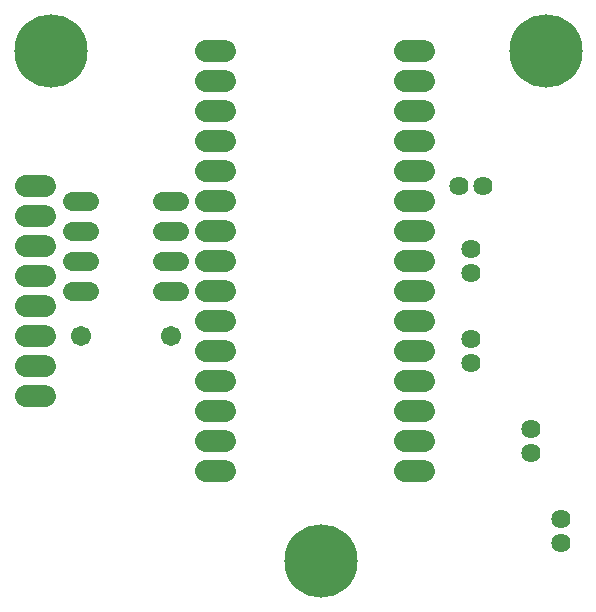
<source format=gbs>
G04 EAGLE Gerber RS-274X export*
G75*
%MOMM*%
%FSLAX34Y34*%
%LPD*%
%INSoldermask Bottom*%
%IPPOS*%
%AMOC8*
5,1,8,0,0,1.08239X$1,22.5*%
G01*
%ADD10C,6.203200*%
%ADD11C,1.828800*%
%ADD12C,1.625600*%
%ADD13C,1.625600*%
%ADD14C,1.712800*%


D10*
X457200Y469900D03*
X266700Y38100D03*
X38100Y469900D03*
D11*
X169164Y469900D02*
X185420Y469900D01*
X185420Y444500D02*
X169164Y444500D01*
X169164Y419100D02*
X185420Y419100D01*
X185420Y393700D02*
X169164Y393700D01*
X169164Y368300D02*
X185420Y368300D01*
X185420Y342900D02*
X169164Y342900D01*
X169164Y317500D02*
X185420Y317500D01*
X185420Y292100D02*
X169164Y292100D01*
X169164Y266700D02*
X185420Y266700D01*
X185420Y241300D02*
X169164Y241300D01*
X169164Y215900D02*
X185420Y215900D01*
X185420Y190500D02*
X169164Y190500D01*
X169164Y165100D02*
X185420Y165100D01*
X185420Y139700D02*
X169164Y139700D01*
X169164Y114300D02*
X185420Y114300D01*
X337820Y114300D02*
X354076Y114300D01*
X354076Y139700D02*
X337820Y139700D01*
X337820Y165100D02*
X354076Y165100D01*
X354076Y190500D02*
X337820Y190500D01*
X337820Y215900D02*
X354076Y215900D01*
X354076Y241300D02*
X337820Y241300D01*
X337820Y266700D02*
X354076Y266700D01*
X354076Y292100D02*
X337820Y292100D01*
X337820Y317500D02*
X354076Y317500D01*
X354076Y342900D02*
X337820Y342900D01*
X337820Y368300D02*
X354076Y368300D01*
X354076Y393700D02*
X337820Y393700D01*
X337820Y419100D02*
X354076Y419100D01*
X354076Y444500D02*
X337820Y444500D01*
X337800Y469900D02*
X354056Y469900D01*
D12*
X469900Y73500D03*
X469900Y53500D03*
X403700Y355600D03*
X383700Y355600D03*
X393700Y282100D03*
X393700Y302100D03*
X393700Y205900D03*
X393700Y225900D03*
X444500Y129700D03*
X444500Y149700D03*
D13*
X146812Y266700D02*
X132588Y266700D01*
X132588Y292100D02*
X146812Y292100D01*
X70612Y292100D02*
X56388Y292100D01*
X56388Y266700D02*
X70612Y266700D01*
X132588Y317500D02*
X146812Y317500D01*
X146812Y342900D02*
X132588Y342900D01*
X70612Y317500D02*
X56388Y317500D01*
X56388Y342900D02*
X70612Y342900D01*
D14*
X63500Y228600D03*
X139700Y228600D03*
D11*
X33528Y177800D02*
X17272Y177800D01*
X17272Y203200D02*
X33528Y203200D01*
X33528Y228600D02*
X17272Y228600D01*
X17272Y254000D02*
X33528Y254000D01*
X33528Y279400D02*
X17272Y279400D01*
X17272Y304800D02*
X33528Y304800D01*
X33528Y330200D02*
X17272Y330200D01*
X17272Y355600D02*
X33528Y355600D01*
M02*

</source>
